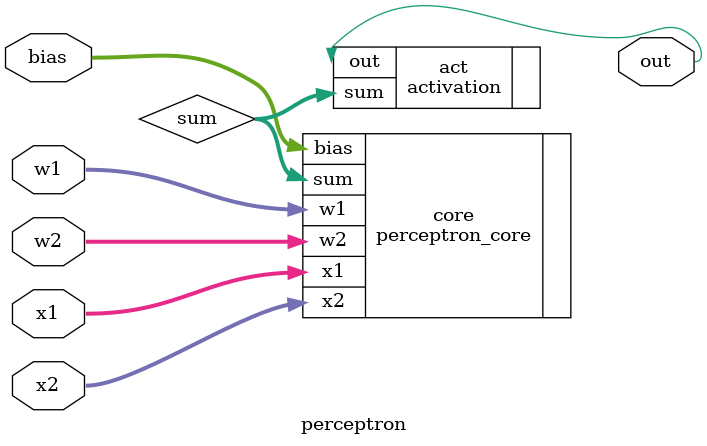
<source format=v>
module perceptron(
    input signed [3:0] x1,
    input signed [3:0] x2,
    input signed [3:0] w1,
    input signed [3:0] w2,
    input signed [5:0] bias,
    output out
);
    wire signed [6:0] sum;

    perceptron_core core(
        .x1(x1),
        .x2(x2),
        .w1(w1),
        .w2(w2),
        .bias(bias),
        .sum(sum)
    );

    activation act(
        .sum(sum),
        .out(out)
    );
endmodule

</source>
